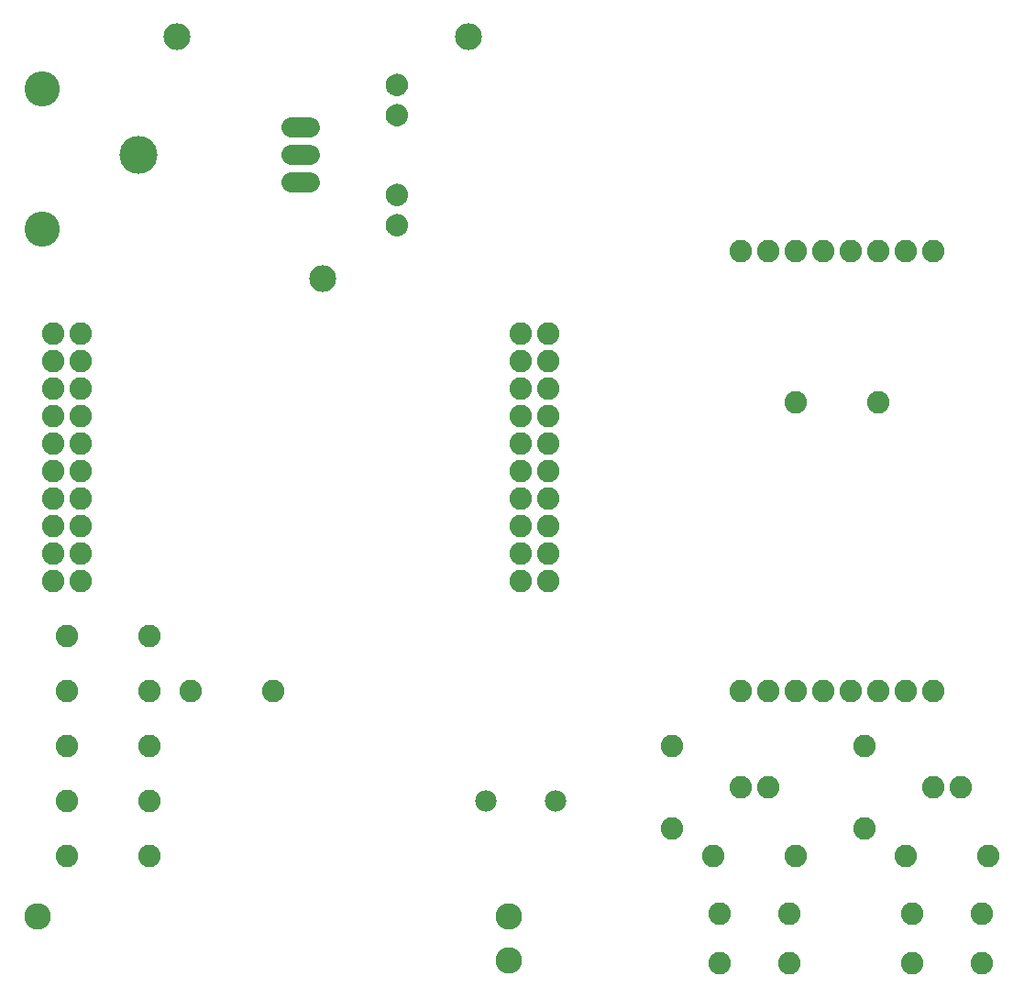
<source format=gbs>
G75*
%MOIN*%
%OFA0B0*%
%FSLAX25Y25*%
%IPPOS*%
%LPD*%
%AMOC8*
5,1,8,0,0,1.08239X$1,22.5*
%
%ADD10C,0.00500*%
%ADD11C,0.08200*%
%ADD12C,0.12800*%
%ADD13C,0.09800*%
%ADD14C,0.07800*%
%ADD15C,0.07200*%
%ADD16C,0.13800*%
%ADD17C,0.09658*%
D10*
X0156500Y0321206D02*
X0157103Y0320934D01*
X0157744Y0320770D01*
X0158403Y0320720D01*
X0159126Y0320801D01*
X0159819Y0321022D01*
X0160456Y0321373D01*
X0161012Y0321842D01*
X0161466Y0322410D01*
X0161800Y0323056D01*
X0162002Y0323755D01*
X0162064Y0324480D01*
X0162001Y0325201D01*
X0161798Y0325895D01*
X0161464Y0326537D01*
X0161011Y0327101D01*
X0160457Y0327566D01*
X0159823Y0327914D01*
X0159133Y0328132D01*
X0158414Y0328210D01*
X0157754Y0328162D01*
X0157112Y0328000D01*
X0156509Y0327729D01*
X0155961Y0327358D01*
X0155487Y0326897D01*
X0155099Y0326360D01*
X0154811Y0325765D01*
X0154630Y0325128D01*
X0154563Y0324470D01*
X0154629Y0323812D01*
X0154807Y0323175D01*
X0155094Y0322579D01*
X0155480Y0322041D01*
X0155953Y0321579D01*
X0156500Y0321206D01*
X0156634Y0321145D02*
X0160043Y0321145D01*
X0160777Y0321644D02*
X0155887Y0321644D01*
X0155407Y0322143D02*
X0161252Y0322143D01*
X0161585Y0322641D02*
X0155064Y0322641D01*
X0154824Y0323140D02*
X0161824Y0323140D01*
X0161968Y0323638D02*
X0154677Y0323638D01*
X0154596Y0324137D02*
X0162034Y0324137D01*
X0162050Y0324635D02*
X0154580Y0324635D01*
X0154632Y0325134D02*
X0162007Y0325134D01*
X0161875Y0325632D02*
X0154773Y0325632D01*
X0154988Y0326131D02*
X0161676Y0326131D01*
X0161390Y0326629D02*
X0155293Y0326629D01*
X0155724Y0327128D02*
X0160980Y0327128D01*
X0160348Y0327626D02*
X0156357Y0327626D01*
X0157605Y0328125D02*
X0159155Y0328125D01*
X0158403Y0331741D02*
X0157744Y0331790D01*
X0157103Y0331954D01*
X0156500Y0332226D01*
X0155953Y0332599D01*
X0155480Y0333061D01*
X0155094Y0333599D01*
X0154807Y0334195D01*
X0154629Y0334832D01*
X0154563Y0335490D01*
X0154630Y0336148D01*
X0154811Y0336785D01*
X0155099Y0337380D01*
X0155487Y0337917D01*
X0155961Y0338378D01*
X0156509Y0338749D01*
X0157112Y0339020D01*
X0157754Y0339182D01*
X0158414Y0339230D01*
X0159133Y0339152D01*
X0159823Y0338934D01*
X0160457Y0338586D01*
X0161011Y0338121D01*
X0161464Y0337557D01*
X0161798Y0336915D01*
X0162001Y0336221D01*
X0162064Y0335500D01*
X0162002Y0334775D01*
X0161800Y0334077D01*
X0161466Y0333431D01*
X0161012Y0332862D01*
X0160456Y0332393D01*
X0159819Y0332042D01*
X0159126Y0331822D01*
X0158403Y0331741D01*
X0159948Y0332113D02*
X0156751Y0332113D01*
X0155941Y0332611D02*
X0160715Y0332611D01*
X0161210Y0333110D02*
X0155445Y0333110D01*
X0155090Y0333608D02*
X0161558Y0333608D01*
X0161809Y0334107D02*
X0154850Y0334107D01*
X0154692Y0334605D02*
X0161953Y0334605D01*
X0162030Y0335104D02*
X0154602Y0335104D01*
X0154575Y0335602D02*
X0162055Y0335602D01*
X0162011Y0336101D02*
X0154626Y0336101D01*
X0154758Y0336599D02*
X0161890Y0336599D01*
X0161703Y0337098D02*
X0154962Y0337098D01*
X0155255Y0337596D02*
X0161433Y0337596D01*
X0161033Y0338095D02*
X0155670Y0338095D01*
X0156279Y0338593D02*
X0160444Y0338593D01*
X0159323Y0339092D02*
X0157396Y0339092D01*
X0158403Y0360720D02*
X0157744Y0360770D01*
X0157103Y0360934D01*
X0156500Y0361206D01*
X0155953Y0361579D01*
X0155480Y0362041D01*
X0155094Y0362579D01*
X0154807Y0363175D01*
X0154629Y0363812D01*
X0154563Y0364470D01*
X0154630Y0365128D01*
X0154811Y0365765D01*
X0155099Y0366360D01*
X0155487Y0366897D01*
X0155961Y0367358D01*
X0156509Y0367729D01*
X0157112Y0368000D01*
X0157754Y0368162D01*
X0158414Y0368210D01*
X0159133Y0368132D01*
X0159823Y0367914D01*
X0160457Y0367566D01*
X0161011Y0367101D01*
X0161464Y0366537D01*
X0161798Y0365895D01*
X0162001Y0365201D01*
X0162064Y0364480D01*
X0162002Y0363755D01*
X0161800Y0363056D01*
X0161466Y0362410D01*
X0161012Y0361842D01*
X0160456Y0361373D01*
X0159819Y0361022D01*
X0159126Y0360801D01*
X0158403Y0360720D01*
X0159828Y0361026D02*
X0156898Y0361026D01*
X0156033Y0361525D02*
X0160636Y0361525D01*
X0161157Y0362023D02*
X0155498Y0362023D01*
X0155135Y0362522D02*
X0161524Y0362522D01*
X0161782Y0363020D02*
X0154882Y0363020D01*
X0154711Y0363519D02*
X0161934Y0363519D01*
X0162024Y0364017D02*
X0154608Y0364017D01*
X0154568Y0364516D02*
X0162060Y0364516D01*
X0162017Y0365014D02*
X0154619Y0365014D01*
X0154740Y0365513D02*
X0161910Y0365513D01*
X0161738Y0366012D02*
X0154930Y0366012D01*
X0155207Y0366510D02*
X0161478Y0366510D01*
X0161086Y0367009D02*
X0155602Y0367009D01*
X0156181Y0367507D02*
X0160528Y0367507D01*
X0159533Y0368006D02*
X0157133Y0368006D01*
X0157744Y0371790D02*
X0157103Y0371954D01*
X0156500Y0372226D01*
X0155953Y0372599D01*
X0155480Y0373061D01*
X0155094Y0373599D01*
X0154807Y0374195D01*
X0154629Y0374832D01*
X0154563Y0375490D01*
X0154630Y0376148D01*
X0154811Y0376785D01*
X0155099Y0377380D01*
X0155487Y0377917D01*
X0155961Y0378378D01*
X0156509Y0378749D01*
X0157112Y0379020D01*
X0157754Y0379182D01*
X0158414Y0379230D01*
X0159133Y0379152D01*
X0159823Y0378934D01*
X0160457Y0378586D01*
X0161011Y0378121D01*
X0161464Y0377557D01*
X0161798Y0376915D01*
X0162001Y0376221D01*
X0162064Y0375500D01*
X0162002Y0374775D01*
X0161800Y0374077D01*
X0161466Y0373431D01*
X0161012Y0372862D01*
X0160456Y0372393D01*
X0159819Y0372042D01*
X0159126Y0371822D01*
X0158403Y0371741D01*
X0157744Y0371790D01*
X0157015Y0371994D02*
X0159668Y0371994D01*
X0160573Y0372492D02*
X0156110Y0372492D01*
X0155552Y0372991D02*
X0161115Y0372991D01*
X0161496Y0373489D02*
X0155173Y0373489D01*
X0154907Y0373988D02*
X0161754Y0373988D01*
X0161919Y0374486D02*
X0154726Y0374486D01*
X0154614Y0374985D02*
X0162020Y0374985D01*
X0162062Y0375483D02*
X0154564Y0375483D01*
X0154613Y0375982D02*
X0162022Y0375982D01*
X0161925Y0376480D02*
X0154725Y0376480D01*
X0154905Y0376979D02*
X0161765Y0376979D01*
X0161506Y0377477D02*
X0155169Y0377477D01*
X0155547Y0377976D02*
X0161128Y0377976D01*
X0160591Y0378474D02*
X0156103Y0378474D01*
X0157006Y0378973D02*
X0159701Y0378973D01*
D11*
X0203333Y0285000D03*
X0213333Y0285000D03*
X0213333Y0275000D03*
X0203333Y0275000D03*
X0203333Y0265000D03*
X0213333Y0265000D03*
X0213333Y0255000D03*
X0203333Y0255000D03*
X0203333Y0245000D03*
X0203333Y0235000D03*
X0213333Y0235000D03*
X0213333Y0245000D03*
X0213333Y0225000D03*
X0203333Y0225000D03*
X0203333Y0215000D03*
X0213333Y0215000D03*
X0213333Y0205000D03*
X0203333Y0205000D03*
X0203333Y0195000D03*
X0213333Y0195000D03*
X0258333Y0135000D03*
X0283333Y0120000D03*
X0293333Y0120000D03*
X0303333Y0095000D03*
X0301133Y0073900D03*
X0301133Y0056100D03*
X0275533Y0056100D03*
X0275533Y0073900D03*
X0273333Y0095000D03*
X0258333Y0105000D03*
X0283333Y0155000D03*
X0293333Y0155000D03*
X0303333Y0155000D03*
X0313333Y0155000D03*
X0323333Y0155000D03*
X0333333Y0155000D03*
X0343333Y0155000D03*
X0353333Y0155000D03*
X0328333Y0135000D03*
X0353333Y0120000D03*
X0363333Y0120000D03*
X0373333Y0095000D03*
X0371133Y0073900D03*
X0371133Y0056100D03*
X0345533Y0056100D03*
X0345533Y0073900D03*
X0343333Y0095000D03*
X0328333Y0105000D03*
X0333333Y0260000D03*
X0303333Y0260000D03*
X0303333Y0315000D03*
X0293333Y0315000D03*
X0283333Y0315000D03*
X0313333Y0315000D03*
X0323333Y0315000D03*
X0333333Y0315000D03*
X0343333Y0315000D03*
X0353333Y0315000D03*
X0113333Y0155000D03*
X0083333Y0155000D03*
X0068333Y0155000D03*
X0068333Y0135000D03*
X0068333Y0115000D03*
X0068333Y0095000D03*
X0038333Y0095000D03*
X0038333Y0115000D03*
X0038333Y0135000D03*
X0038333Y0155000D03*
X0038333Y0175000D03*
X0033333Y0195000D03*
X0033333Y0205000D03*
X0033333Y0215000D03*
X0033333Y0225000D03*
X0033333Y0235000D03*
X0033333Y0245000D03*
X0033333Y0255000D03*
X0033333Y0265000D03*
X0033333Y0275000D03*
X0033333Y0285000D03*
X0043333Y0285000D03*
X0043333Y0275000D03*
X0043333Y0265000D03*
X0043333Y0255000D03*
X0043333Y0245000D03*
X0043333Y0235000D03*
X0043333Y0225000D03*
X0043333Y0215000D03*
X0043333Y0205000D03*
X0043333Y0195000D03*
X0068333Y0175000D03*
D12*
X0029333Y0323000D03*
X0029333Y0374000D03*
D13*
X0078333Y0393000D03*
X0131333Y0305000D03*
X0184333Y0393000D03*
D14*
X0190538Y0115000D03*
X0216129Y0115000D03*
D15*
X0126533Y0340000D02*
X0120133Y0340000D01*
X0120133Y0350000D02*
X0126533Y0350000D01*
X0126533Y0360000D02*
X0120133Y0360000D01*
D16*
X0064333Y0350000D03*
D17*
X0027703Y0072874D03*
X0198963Y0072874D03*
X0198963Y0057126D03*
M02*

</source>
